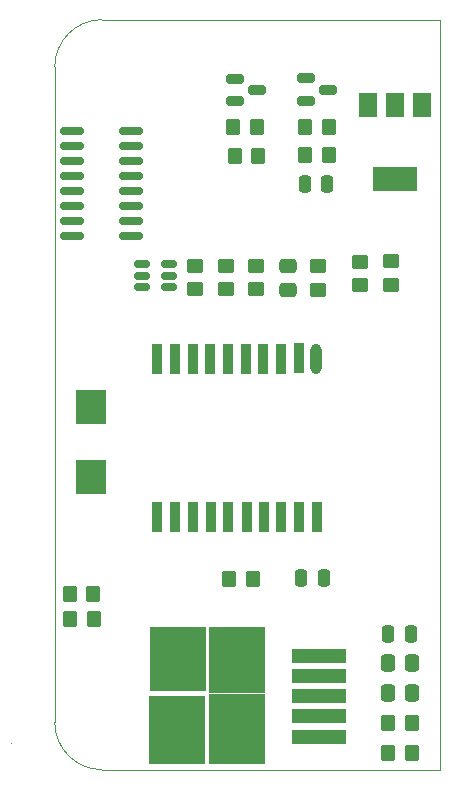
<source format=gbr>
G04 #@! TF.GenerationSoftware,KiCad,Pcbnew,(6.0.7)*
G04 #@! TF.CreationDate,2023-02-15T16:43:35+05:30*
G04 #@! TF.ProjectId,POWER CARD,504f5745-5220-4434-9152-442e6b696361,rev?*
G04 #@! TF.SameCoordinates,Original*
G04 #@! TF.FileFunction,Paste,Bot*
G04 #@! TF.FilePolarity,Positive*
%FSLAX46Y46*%
G04 Gerber Fmt 4.6, Leading zero omitted, Abs format (unit mm)*
G04 Created by KiCad (PCBNEW (6.0.7)) date 2023-02-15 16:43:35*
%MOMM*%
%LPD*%
G01*
G04 APERTURE LIST*
G04 Aperture macros list*
%AMRoundRect*
0 Rectangle with rounded corners*
0 $1 Rounding radius*
0 $2 $3 $4 $5 $6 $7 $8 $9 X,Y pos of 4 corners*
0 Add a 4 corners polygon primitive as box body*
4,1,4,$2,$3,$4,$5,$6,$7,$8,$9,$2,$3,0*
0 Add four circle primitives for the rounded corners*
1,1,$1+$1,$2,$3*
1,1,$1+$1,$4,$5*
1,1,$1+$1,$6,$7*
1,1,$1+$1,$8,$9*
0 Add four rect primitives between the rounded corners*
20,1,$1+$1,$2,$3,$4,$5,0*
20,1,$1+$1,$4,$5,$6,$7,0*
20,1,$1+$1,$6,$7,$8,$9,0*
20,1,$1+$1,$8,$9,$2,$3,0*%
G04 Aperture macros list end*
G04 #@! TA.AperFunction,Profile*
%ADD10C,0.100000*%
G04 #@! TD*
%ADD11RoundRect,0.200000X-0.537500X-0.200000X0.537500X-0.200000X0.537500X0.200000X-0.537500X0.200000X0*%
%ADD12RoundRect,0.250000X-0.350000X-0.450000X0.350000X-0.450000X0.350000X0.450000X-0.350000X0.450000X0*%
%ADD13RoundRect,0.250000X0.475000X-0.337500X0.475000X0.337500X-0.475000X0.337500X-0.475000X-0.337500X0*%
%ADD14RoundRect,0.250000X0.350000X0.450000X-0.350000X0.450000X-0.350000X-0.450000X0.350000X-0.450000X0*%
%ADD15RoundRect,0.250000X0.450000X-0.350000X0.450000X0.350000X-0.450000X0.350000X-0.450000X-0.350000X0*%
%ADD16RoundRect,0.250000X-0.337500X-0.475000X0.337500X-0.475000X0.337500X0.475000X-0.337500X0.475000X0*%
%ADD17RoundRect,0.250000X-0.450000X0.350000X-0.450000X-0.350000X0.450000X-0.350000X0.450000X0.350000X0*%
%ADD18RoundRect,0.250000X-0.250000X-0.475000X0.250000X-0.475000X0.250000X0.475000X-0.250000X0.475000X0*%
%ADD19R,4.600000X1.300000*%
%ADD20R,4.850000X5.900000*%
%ADD21R,4.700000X5.850000*%
%ADD22R,4.750000X5.475000*%
%ADD23R,4.850000X5.575000*%
%ADD24RoundRect,0.150000X0.512500X0.150000X-0.512500X0.150000X-0.512500X-0.150000X0.512500X-0.150000X0*%
%ADD25R,0.950000X2.575000*%
%ADD26R,0.950000X2.525000*%
%ADD27R,0.850000X2.575000*%
%ADD28O,0.950000X2.575000*%
%ADD29R,0.925000X2.575000*%
%ADD30R,1.500000X2.000000*%
%ADD31R,3.800000X2.000000*%
%ADD32R,2.500000X3.000000*%
%ADD33RoundRect,0.150000X0.825000X0.150000X-0.825000X0.150000X-0.825000X-0.150000X0.825000X-0.150000X0*%
G04 APERTURE END LIST*
D10*
X85582966Y-123837734D02*
G75*
G03*
X89583042Y-127837734I4000034J34D01*
G01*
X85583042Y-68337734D02*
X85583042Y-123837734D01*
X118166574Y-127837734D02*
X118166574Y-64337734D01*
X89583042Y-127837734D02*
X118166574Y-127837734D01*
X118166574Y-64337734D02*
X89583042Y-64337734D01*
X89583042Y-64337732D02*
G75*
G03*
X85583042Y-68337734I-2J-3999998D01*
G01*
X81906894Y-125643083D02*
G75*
G03*
X81906894Y-125643083I-1J0D01*
G01*
D11*
X100805542Y-71257734D03*
X100805542Y-69357734D03*
X102680542Y-70307734D03*
D12*
X100365347Y-111678233D03*
X102365347Y-111678233D03*
D13*
X105293042Y-87245234D03*
X105293042Y-85170234D03*
D14*
X102833042Y-75857734D03*
X100833042Y-75857734D03*
D15*
X107873042Y-87187734D03*
X107873042Y-85187734D03*
D16*
X113795211Y-118802549D03*
X115870211Y-118802549D03*
D12*
X106803042Y-75827734D03*
X108803042Y-75827734D03*
D17*
X97483042Y-85177734D03*
X97483042Y-87177734D03*
X111403042Y-84847734D03*
X111403042Y-86847734D03*
X102583042Y-85157734D03*
X102583042Y-87157734D03*
D12*
X113814135Y-126427955D03*
X115814135Y-126427955D03*
X86891018Y-115103863D03*
X88891018Y-115103863D03*
D18*
X106453042Y-111647734D03*
X108353042Y-111647734D03*
D19*
X107976519Y-118234835D03*
X107976519Y-119934835D03*
D20*
X101026519Y-124384835D03*
D19*
X107976519Y-121634835D03*
D21*
X95951519Y-124459835D03*
D22*
X95976519Y-118497335D03*
D23*
X101026519Y-118547335D03*
D19*
X107976519Y-123334835D03*
X107976519Y-125034835D03*
D24*
X95234470Y-85067734D03*
X95234470Y-86017734D03*
X95234470Y-86967734D03*
X92959470Y-86967734D03*
X92959470Y-86017734D03*
X92959470Y-85067734D03*
D17*
X100064485Y-85168508D03*
X100064485Y-87168508D03*
D12*
X86856343Y-112963097D03*
X88856343Y-112963097D03*
D25*
X100275542Y-106455234D03*
D26*
X94275542Y-106430234D03*
D27*
X95800542Y-106455234D03*
D28*
X107738042Y-93080234D03*
D27*
X97250542Y-93067734D03*
X100238042Y-93067734D03*
X103250542Y-93067734D03*
D29*
X104763042Y-93067734D03*
D27*
X95750542Y-93067734D03*
X97275542Y-106455234D03*
X103288042Y-106455234D03*
D25*
X98788042Y-106455234D03*
X106300542Y-106442734D03*
D27*
X101825542Y-106455234D03*
D25*
X107788042Y-106455234D03*
X94238042Y-93067734D03*
D27*
X101750542Y-93067734D03*
X98750542Y-93067734D03*
D25*
X106250542Y-92980234D03*
X104775542Y-106461484D03*
D14*
X102693042Y-73467734D03*
X100693042Y-73467734D03*
D18*
X113808407Y-116338146D03*
X115708407Y-116338146D03*
D11*
X106835542Y-71207734D03*
X106835542Y-69307734D03*
X108710542Y-70257734D03*
D30*
X112103042Y-71567734D03*
D31*
X114403042Y-77867734D03*
D30*
X114403042Y-71567734D03*
X116703042Y-71567734D03*
D14*
X115789367Y-123889249D03*
X113789367Y-123889249D03*
D32*
X88665189Y-103046012D03*
X88665189Y-97096012D03*
D17*
X114023042Y-84787734D03*
X114023042Y-86787734D03*
D12*
X106803042Y-73397734D03*
X108803042Y-73397734D03*
D16*
X113789019Y-121375311D03*
X115864019Y-121375311D03*
D18*
X106733042Y-78237734D03*
X108633042Y-78237734D03*
D33*
X91998042Y-73752734D03*
X91998042Y-75022734D03*
X91998042Y-76292734D03*
X91998042Y-77562734D03*
X91998042Y-78832734D03*
X91998042Y-80102734D03*
X91998042Y-81372734D03*
X91998042Y-82642734D03*
X87048042Y-82642734D03*
X87048042Y-81372734D03*
X87048042Y-80102734D03*
X87048042Y-78832734D03*
X87048042Y-77562734D03*
X87048042Y-76292734D03*
X87048042Y-75022734D03*
X87048042Y-73752734D03*
M02*

</source>
